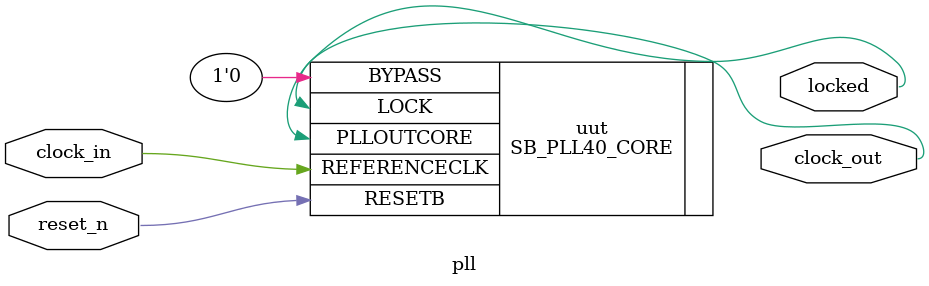
<source format=v>
/**
 * PLL configuration
 *
 * This Verilog module was generated automatically
 * using the icepll tool from the IceStorm project.
 * Use at your own risk.
 *
 * Given input frequency:       100.000 MHz
 * Requested output frequency:   20.000 MHz
 * Achieved output frequency:    20.000 MHz
 */

module pll(
	input  reset_n,
	input  clock_in,
	output clock_out,
	output locked
	);

SB_PLL40_CORE #(
		.FEEDBACK_PATH("SIMPLE"),
		.DIVR(4'b0100),		// DIVR =  4
		.DIVF(7'b0011111),	// DIVF = 31
		.DIVQ(3'b101),		// DIVQ =  5
		.FILTER_RANGE(3'b010)	// FILTER_RANGE = 2
	) uut (
		.LOCK(locked),
		.RESETB(reset_n),
		.BYPASS(1'b0),
		.REFERENCECLK(clock_in),
		.PLLOUTCORE(clock_out)
		);

endmodule

</source>
